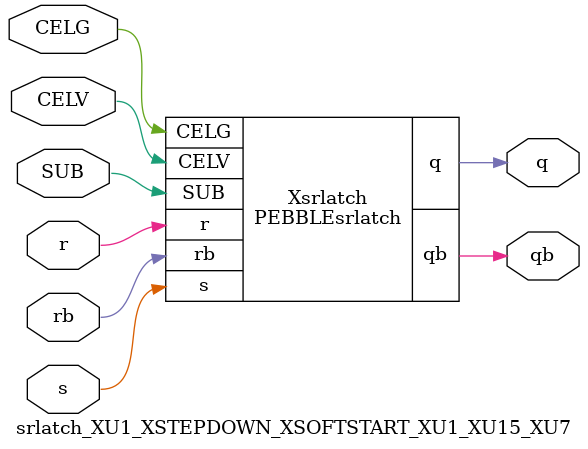
<source format=v>



module PEBBLEsrlatch ( q, qb, CELG, CELV, SUB, r, rb, s );

  input CELV;
  input s;
  output q;
  input rb;
  input r;
  input SUB;
  input CELG;
  output qb;
endmodule

//Celera Confidential Do Not Copy srlatch_XU1_XSTEPDOWN_XSOFTSTART_XU1_XU15_XU7
//Celera Confidential Symbol Generator
//SR Latch
module srlatch_XU1_XSTEPDOWN_XSOFTSTART_XU1_XU15_XU7 (CELV,CELG,s,r,rb,q,qb,SUB);
input CELV;
input CELG;
input s;
input r;
input rb;
input SUB;
output q;
output qb;

//Celera Confidential Do Not Copy srlatch
PEBBLEsrlatch Xsrlatch(
.CELV (CELV),
.r (r),
.s (s),
.q (q),
.qb (qb),
.rb (rb),
.SUB (SUB),
.CELG (CELG)
);
//,diesize,PEBBLEsrlatch

//Celera Confidential Do Not Copy Module End
//Celera Schematic Generator
endmodule

</source>
